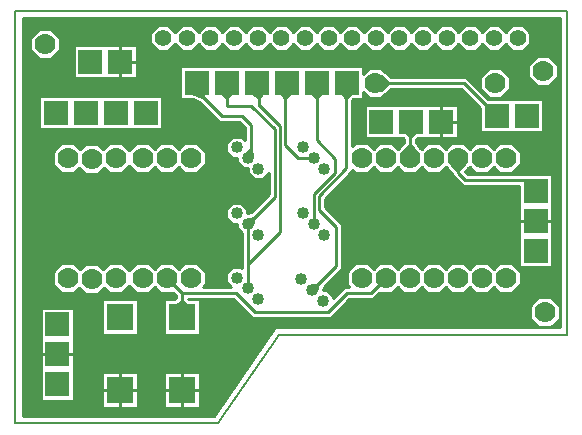
<source format=gbr>
G04 PROTEUS GERBER X2 FILE*
%TF.GenerationSoftware,Labcenter,Proteus,8.5-SP0-Build22067*%
%TF.CreationDate,2017-11-28T10:59:28+00:00*%
%TF.FileFunction,Copper,L16,Bot*%
%TF.FilePolarity,Positive*%
%TF.Part,Single*%
%FSLAX45Y45*%
%MOMM*%
G01*
%TA.AperFunction,Conductor*%
%ADD10C,0.254000*%
%TA.AperFunction,ComponentPad*%
%ADD11C,1.778000*%
%ADD12R,2.032000X2.032000*%
%ADD13C,1.016000*%
%ADD14R,2.286000X2.286000*%
%TA.AperFunction,WasherPad*%
%ADD16C,1.397000*%
%TA.AperFunction,Profile*%
%ADD17C,0.203200*%
G36*
X+1536700Y+2133600D02*
X+1502204Y+2051666D01*
X+1585793Y+2016472D01*
X+1619307Y+2100749D01*
X+1536700Y+2133600D01*
G37*
G36*
X+1790700Y+2133600D02*
X+1727364Y+2071217D01*
X+1791008Y+2006600D01*
X+1854338Y+2071525D01*
X+1790700Y+2133600D01*
G37*
G36*
X+2044700Y+2133600D02*
X+1990998Y+2062754D01*
X+2063276Y+2007966D01*
X+2116606Y+2081326D01*
X+2044700Y+2133600D01*
G37*
G36*
X+2298700Y+2133600D02*
X+2230181Y+2076959D01*
X+2287966Y+2007055D01*
X+2356700Y+2066227D01*
X+2298700Y+2133600D01*
G37*
G36*
X+2552700Y+2133600D02*
X+2489213Y+2071371D01*
X+2552700Y+2006600D01*
X+2616187Y+2071371D01*
X+2552700Y+2133600D01*
G37*
G36*
X+2806700Y+2133600D02*
X+2742908Y+2071684D01*
X+2806075Y+2006602D01*
X+2869880Y+2071059D01*
X+2806700Y+2133600D01*
G37*
G36*
X+1968500Y+1498600D02*
X+2005958Y+1505561D01*
X+1993900Y+1570442D01*
X+1943742Y+1527559D01*
X+1968500Y+1498600D01*
G37*
G36*
X+1968500Y+939800D02*
X+2005301Y+929939D01*
X+2022381Y+993681D01*
X+1958639Y+976601D01*
X+1968500Y+939800D01*
G37*
G36*
X+2514600Y+381000D02*
X+2551401Y+371139D01*
X+2568481Y+434881D01*
X+2504739Y+417801D01*
X+2514600Y+381000D01*
G37*
G36*
X+3340100Y+1498600D02*
X+3396896Y+1549400D01*
X+3340100Y+1612900D01*
X+3283304Y+1549399D01*
X+3340100Y+1498600D01*
G37*
G36*
X+3746500Y+1498600D02*
X+3689704Y+1447801D01*
X+3746500Y+1384300D01*
X+3803296Y+1447800D01*
X+3746500Y+1498600D01*
G37*
G36*
X+4406900Y+1219200D02*
X+4406900Y+1308099D01*
X+4316204Y+1308100D01*
X+4318018Y+1217423D01*
X+4406900Y+1219200D01*
G37*
G36*
X+1409700Y+150100D02*
X+1479433Y+223990D01*
X+1409700Y+289800D01*
X+1339967Y+223990D01*
X+1409700Y+150100D01*
G37*
G36*
X+4076700Y+1854199D02*
X+4077589Y+1943094D01*
X+3986898Y+1944001D01*
X+3987805Y+1853310D01*
X+4076700Y+1854199D01*
G37*
G36*
X+3048000Y+2133600D02*
X+3098800Y+2076804D01*
X+3162300Y+2133600D01*
X+3098800Y+2190396D01*
X+3048000Y+2133600D01*
G37*
G36*
X+63500Y-685800D02*
X+1681300Y-685800D01*
X+2202000Y+63500D01*
X+4610100Y+63500D01*
X+4610100Y+2679700D01*
X+63500Y+2679700D01*
X+63500Y-685800D01*
G37*
%LPC*%
G36*
X+2946399Y+2211603D02*
X+2995395Y+2260599D01*
X+3100605Y+2260599D01*
X+3135317Y+2225887D01*
X+3181702Y+2184399D01*
X+3818340Y+2184399D01*
X+4008149Y+1994590D01*
X+4077297Y+1993898D01*
X+4470399Y+1993898D01*
X+4470399Y+1714500D01*
X+3937001Y+1714500D01*
X+3937001Y+1853602D01*
X+3936309Y+1922750D01*
X+3776258Y+2082801D01*
X+3181702Y+2082801D01*
X+3135317Y+2041313D01*
X+3100605Y+2006601D01*
X+2995395Y+2006601D01*
X+2946399Y+2055597D01*
X+2946399Y+1993901D01*
X+2864980Y+1993901D01*
X+2856874Y+1985712D01*
X+2856874Y+1601378D01*
X+2881095Y+1625599D01*
X+2986305Y+1625599D01*
X+3035300Y+1576604D01*
X+3084295Y+1625599D01*
X+3189505Y+1625599D01*
X+3238500Y+1576604D01*
X+3247821Y+1585925D01*
X+3289301Y+1632302D01*
X+3289301Y+1659205D01*
X+3285701Y+1663701D01*
X+2959101Y+1663701D01*
X+2959101Y+1943099D01*
X+3746499Y+1943099D01*
X+3746499Y+1663701D01*
X+3403415Y+1663701D01*
X+3390899Y+1653260D01*
X+3390899Y+1632302D01*
X+3432387Y+1585917D01*
X+3441700Y+1576604D01*
X+3490695Y+1625599D01*
X+3595905Y+1625599D01*
X+3644900Y+1576604D01*
X+3693895Y+1625599D01*
X+3799105Y+1625599D01*
X+3848100Y+1576604D01*
X+3897095Y+1625599D01*
X+4002305Y+1625599D01*
X+4051300Y+1576604D01*
X+4100295Y+1625599D01*
X+4205505Y+1625599D01*
X+4279899Y+1551205D01*
X+4279899Y+1445995D01*
X+4205505Y+1371601D01*
X+4100295Y+1371601D01*
X+4051300Y+1420596D01*
X+4002305Y+1371601D01*
X+3897095Y+1371601D01*
X+3848100Y+1420596D01*
X+3838787Y+1411283D01*
X+3810397Y+1379543D01*
X+3831041Y+1358899D01*
X+4546599Y+1358899D01*
X+4546599Y+571501D01*
X+4267201Y+571501D01*
X+4267201Y+1217857D01*
X+4266412Y+1257301D01*
X+3788959Y+1257301D01*
X+3695701Y+1350559D01*
X+3695701Y+1364898D01*
X+3654221Y+1411275D01*
X+3644900Y+1420596D01*
X+3595905Y+1371601D01*
X+3490695Y+1371601D01*
X+3441700Y+1420596D01*
X+3392705Y+1371601D01*
X+3287495Y+1371601D01*
X+3238500Y+1420596D01*
X+3189505Y+1371601D01*
X+3084295Y+1371601D01*
X+3035300Y+1420596D01*
X+2986305Y+1371601D01*
X+2881095Y+1371601D01*
X+2856874Y+1395822D01*
X+2856874Y+1388034D01*
X+2619933Y+1151093D01*
X+2619933Y+1081206D01*
X+2765257Y+935882D01*
X+2765257Y+559817D01*
X+2614025Y+408585D01*
X+2606391Y+380097D01*
X+2641226Y+380097D01*
X+2693302Y+328021D01*
X+2693302Y+311323D01*
X+2788448Y+406469D01*
X+2830227Y+406469D01*
X+2806701Y+429995D01*
X+2806701Y+535205D01*
X+2881095Y+609599D01*
X+2986305Y+609599D01*
X+3035300Y+560604D01*
X+3084295Y+609599D01*
X+3189505Y+609599D01*
X+3238500Y+560604D01*
X+3287495Y+609599D01*
X+3392705Y+609599D01*
X+3441700Y+560604D01*
X+3490695Y+609599D01*
X+3595905Y+609599D01*
X+3644900Y+560604D01*
X+3693895Y+609599D01*
X+3799105Y+609599D01*
X+3848100Y+560604D01*
X+3897095Y+609599D01*
X+4002305Y+609599D01*
X+4051300Y+560604D01*
X+4100295Y+609599D01*
X+4205505Y+609599D01*
X+4279899Y+535205D01*
X+4279899Y+429995D01*
X+4205505Y+355601D01*
X+4100295Y+355601D01*
X+4051300Y+404596D01*
X+4002305Y+355601D01*
X+3897095Y+355601D01*
X+3848100Y+404596D01*
X+3799105Y+355601D01*
X+3693895Y+355601D01*
X+3644900Y+404596D01*
X+3595905Y+355601D01*
X+3490695Y+355601D01*
X+3441700Y+404596D01*
X+3392705Y+355601D01*
X+3287495Y+355601D01*
X+3238500Y+404596D01*
X+3189505Y+355601D01*
X+3084295Y+355601D01*
X+3083018Y+356878D01*
X+3031011Y+304871D01*
X+2830530Y+304871D01*
X+2672157Y+146498D01*
X+2006820Y+146498D01*
X+1848517Y+304801D01*
X+1467817Y+304801D01*
X+1470256Y+302499D01*
X+1562099Y+302499D01*
X+1562099Y-2299D01*
X+1257301Y-2299D01*
X+1257301Y+302499D01*
X+1349144Y+302499D01*
X+1358901Y+311707D01*
X+1358901Y+334559D01*
X+1336582Y+356878D01*
X+1335305Y+355601D01*
X+1230095Y+355601D01*
X+1181100Y+404596D01*
X+1132105Y+355601D01*
X+1026895Y+355601D01*
X+965200Y+417296D01*
X+903505Y+355601D01*
X+798295Y+355601D01*
X+755651Y+398245D01*
X+700306Y+342900D01*
X+595096Y+342900D01*
X+539751Y+398245D01*
X+497105Y+355599D01*
X+391895Y+355599D01*
X+317501Y+429993D01*
X+317501Y+535203D01*
X+391895Y+609597D01*
X+497105Y+609597D01*
X+552450Y+554252D01*
X+595096Y+596898D01*
X+700306Y+596898D01*
X+742950Y+554254D01*
X+798295Y+609599D01*
X+903505Y+609599D01*
X+965200Y+547904D01*
X+1026895Y+609599D01*
X+1132105Y+609599D01*
X+1181100Y+560604D01*
X+1230095Y+609599D01*
X+1335305Y+609599D01*
X+1384300Y+560604D01*
X+1433294Y+609599D01*
X+1538504Y+609599D01*
X+1612898Y+535205D01*
X+1612898Y+429995D01*
X+1589302Y+406399D01*
X+1830078Y+406399D01*
X+1789798Y+446679D01*
X+1789798Y+520325D01*
X+1841874Y+572401D01*
X+1915520Y+572401D01*
X+1917701Y+570220D01*
X+1917701Y+864877D01*
X+1879601Y+902977D01*
X+1879601Y+940703D01*
X+1841874Y+940703D01*
X+1789798Y+992779D01*
X+1789798Y+1066425D01*
X+1841874Y+1118501D01*
X+1915520Y+1118501D01*
X+1967596Y+1066425D01*
X+1967596Y+1031591D01*
X+1996085Y+1039225D01*
X+2146301Y+1189441D01*
X+2146301Y+1371073D01*
X+2095126Y+1319898D01*
X+2021480Y+1319898D01*
X+1969404Y+1371974D01*
X+1969404Y+1409701D01*
X+1931677Y+1409701D01*
X+1879601Y+1461777D01*
X+1879601Y+1499503D01*
X+1841875Y+1499503D01*
X+1789799Y+1551579D01*
X+1789799Y+1625225D01*
X+1841875Y+1677301D01*
X+1915521Y+1677301D01*
X+1943101Y+1649721D01*
X+1943101Y+1756959D01*
X+1899586Y+1800474D01*
X+1729951Y+1800474D01*
X+1556909Y+1973516D01*
X+1508492Y+1993901D01*
X+1397001Y+1993901D01*
X+1397001Y+2273299D01*
X+2946399Y+2273299D01*
X+2946399Y+2211603D01*
G37*
G36*
X+1244599Y+1739901D02*
X+203201Y+1739901D01*
X+203201Y+2019299D01*
X+1244599Y+2019299D01*
X+1244599Y+1739901D01*
G37*
G36*
X+1612899Y+1551205D02*
X+1612899Y+1445995D01*
X+1538505Y+1371601D01*
X+1433295Y+1371601D01*
X+1384300Y+1420596D01*
X+1335305Y+1371601D01*
X+1230095Y+1371601D01*
X+1181100Y+1420596D01*
X+1132105Y+1371601D01*
X+1026895Y+1371601D01*
X+965200Y+1433296D01*
X+903504Y+1371601D01*
X+798294Y+1371601D01*
X+755650Y+1414245D01*
X+700305Y+1358900D01*
X+595095Y+1358900D01*
X+539750Y+1414244D01*
X+497105Y+1371599D01*
X+391895Y+1371599D01*
X+317501Y+1445993D01*
X+317501Y+1551203D01*
X+391895Y+1625597D01*
X+497105Y+1625597D01*
X+552450Y+1570252D01*
X+595095Y+1612898D01*
X+700305Y+1612898D01*
X+742949Y+1570254D01*
X+798294Y+1625599D01*
X+903504Y+1625599D01*
X+965200Y+1563904D01*
X+1026895Y+1625599D01*
X+1132105Y+1625599D01*
X+1181100Y+1576604D01*
X+1230095Y+1625599D01*
X+1335305Y+1625599D01*
X+1384300Y+1576604D01*
X+1433295Y+1625599D01*
X+1538505Y+1625599D01*
X+1612899Y+1551205D01*
G37*
G36*
X+1257301Y-317501D02*
X+1562099Y-317501D01*
X+1562099Y-622299D01*
X+1257301Y-622299D01*
X+1257301Y-317501D01*
G37*
G36*
X+736601Y-317501D02*
X+1041399Y-317501D01*
X+1041399Y-622299D01*
X+736601Y-622299D01*
X+736601Y-317501D01*
G37*
G36*
X+736601Y+302499D02*
X+1041399Y+302499D01*
X+1041399Y-2299D01*
X+736601Y-2299D01*
X+736601Y+302499D01*
G37*
G36*
X+1028699Y+2171701D02*
X+495301Y+2171701D01*
X+495301Y+2451099D01*
X+1028699Y+2451099D01*
X+1028699Y+2171701D01*
G37*
G36*
X+495299Y-50799D02*
X+495299Y-558799D01*
X+215901Y-558799D01*
X+215901Y+228599D01*
X+495299Y+228599D01*
X+495299Y-50799D01*
G37*
G36*
X+3937001Y+2080995D02*
X+3937001Y+2186205D01*
X+4011395Y+2260599D01*
X+4116605Y+2260599D01*
X+4190999Y+2186205D01*
X+4190999Y+2080995D01*
X+4116605Y+2006601D01*
X+4011395Y+2006601D01*
X+3937001Y+2080995D01*
G37*
G36*
X+4362249Y+2559314D02*
X+4362249Y+2469886D01*
X+4299014Y+2406651D01*
X+4209586Y+2406651D01*
X+4154300Y+2461937D01*
X+4099014Y+2406651D01*
X+4009586Y+2406651D01*
X+3954300Y+2461937D01*
X+3899014Y+2406651D01*
X+3809586Y+2406651D01*
X+3754300Y+2461937D01*
X+3699014Y+2406651D01*
X+3609586Y+2406651D01*
X+3554300Y+2461937D01*
X+3499014Y+2406651D01*
X+3409586Y+2406651D01*
X+3354300Y+2461937D01*
X+3299014Y+2406651D01*
X+3209586Y+2406651D01*
X+3154300Y+2461937D01*
X+3099014Y+2406651D01*
X+3009586Y+2406651D01*
X+2954300Y+2461937D01*
X+2899014Y+2406651D01*
X+2809586Y+2406651D01*
X+2754300Y+2461937D01*
X+2699014Y+2406651D01*
X+2609586Y+2406651D01*
X+2554300Y+2461937D01*
X+2499014Y+2406651D01*
X+2409586Y+2406651D01*
X+2354300Y+2461937D01*
X+2299014Y+2406651D01*
X+2209586Y+2406651D01*
X+2154300Y+2461937D01*
X+2099014Y+2406651D01*
X+2009586Y+2406651D01*
X+1954300Y+2461937D01*
X+1899014Y+2406651D01*
X+1809586Y+2406651D01*
X+1754300Y+2461937D01*
X+1699014Y+2406651D01*
X+1609586Y+2406651D01*
X+1554300Y+2461937D01*
X+1499014Y+2406651D01*
X+1409586Y+2406651D01*
X+1354300Y+2461937D01*
X+1299014Y+2406651D01*
X+1209586Y+2406651D01*
X+1146351Y+2469886D01*
X+1146351Y+2559314D01*
X+1209586Y+2622549D01*
X+1299014Y+2622549D01*
X+1354300Y+2567263D01*
X+1409586Y+2622549D01*
X+1499014Y+2622549D01*
X+1554300Y+2567263D01*
X+1609586Y+2622549D01*
X+1699014Y+2622549D01*
X+1754300Y+2567263D01*
X+1809586Y+2622549D01*
X+1899014Y+2622549D01*
X+1954300Y+2567263D01*
X+2009586Y+2622549D01*
X+2099014Y+2622549D01*
X+2154300Y+2567263D01*
X+2209586Y+2622549D01*
X+2299014Y+2622549D01*
X+2354300Y+2567263D01*
X+2409586Y+2622549D01*
X+2499014Y+2622549D01*
X+2554300Y+2567263D01*
X+2609586Y+2622549D01*
X+2699014Y+2622549D01*
X+2754300Y+2567263D01*
X+2809586Y+2622549D01*
X+2899014Y+2622549D01*
X+2954300Y+2567263D01*
X+3009586Y+2622549D01*
X+3099014Y+2622549D01*
X+3154300Y+2567263D01*
X+3209586Y+2622549D01*
X+3299014Y+2622549D01*
X+3354300Y+2567263D01*
X+3409586Y+2622549D01*
X+3499014Y+2622549D01*
X+3554300Y+2567263D01*
X+3609586Y+2622549D01*
X+3699014Y+2622549D01*
X+3754300Y+2567263D01*
X+3809586Y+2622549D01*
X+3899014Y+2622549D01*
X+3954300Y+2567263D01*
X+4009586Y+2622549D01*
X+4099014Y+2622549D01*
X+4154300Y+2567263D01*
X+4209586Y+2622549D01*
X+4299014Y+2622549D01*
X+4362249Y+2559314D01*
G37*
G36*
X+127001Y+2411195D02*
X+127001Y+2516405D01*
X+201395Y+2590799D01*
X+306605Y+2590799D01*
X+380999Y+2516405D01*
X+380999Y+2411195D01*
X+306605Y+2336801D01*
X+201395Y+2336801D01*
X+127001Y+2411195D01*
G37*
G36*
X+4356101Y+137895D02*
X+4356101Y+243105D01*
X+4430495Y+317499D01*
X+4535705Y+317499D01*
X+4610099Y+243105D01*
X+4610099Y+137895D01*
X+4535705Y+63501D01*
X+4430495Y+63501D01*
X+4356101Y+137895D01*
G37*
G36*
X+4343401Y+2182595D02*
X+4343401Y+2287805D01*
X+4417795Y+2362199D01*
X+4523005Y+2362199D01*
X+4597399Y+2287805D01*
X+4597399Y+2182595D01*
X+4523005Y+2108201D01*
X+4417795Y+2108201D01*
X+4343401Y+2182595D01*
G37*
%LPD*%
G36*
X+3352800Y+1803400D02*
X+3283408Y+1747831D01*
X+3340100Y+1677037D01*
X+3409746Y+1735134D01*
X+3352800Y+1803400D01*
G37*
D10*
X+1968500Y+596900D02*
X+1968500Y+939800D01*
X+1968500Y+596900D02*
X+1968500Y+393700D01*
X+3746500Y+1498600D02*
X+3746500Y+1371600D01*
X+3810000Y+1308100D01*
X+4318000Y+1308100D01*
X+4406900Y+1219200D01*
X+3340100Y+1498600D02*
X+3340100Y+1790700D01*
X+3352800Y+1803400D01*
X+1968500Y+596900D02*
X+2243350Y+871750D01*
X+2243350Y+1768536D01*
X+2072753Y+1939133D01*
X+2063276Y+1939133D01*
X+2063276Y+2115024D01*
X+2044700Y+2133600D01*
X+2527300Y+1498600D02*
X+2398178Y+1498600D01*
X+2287966Y+1608812D01*
X+2287966Y+1608813D01*
X+2287966Y+2122866D01*
X+2298700Y+2133600D01*
X+2527300Y+939800D02*
X+2527300Y+1188928D01*
X+2711299Y+1372927D01*
X+2711299Y+1492975D01*
X+2552700Y+1651574D01*
X+2552700Y+2133600D01*
X+2514600Y+381000D02*
X+2714458Y+580858D01*
X+2714458Y+914841D01*
X+2569134Y+1060165D01*
X+2569134Y+1172134D01*
X+2806075Y+1409075D01*
X+2806075Y+2132975D01*
X+2806700Y+2133600D01*
X+1968500Y+939800D02*
X+2197100Y+1168400D01*
X+2197100Y+1739900D01*
X+2001229Y+1935771D01*
X+1791008Y+1935771D01*
X+1791008Y+2133292D01*
X+1790700Y+2133600D01*
X+1536700Y+2133600D02*
X+1536700Y+2065565D01*
X+1750992Y+1851273D01*
X+1920627Y+1851273D01*
X+1993900Y+1778000D01*
X+1993900Y+1508928D01*
X+1974242Y+1489270D01*
X+1968500Y+1498600D01*
X+1409700Y+150100D02*
X+1409700Y+355600D01*
X+1282700Y+482600D01*
X+3136900Y+482600D02*
X+3009970Y+355670D01*
X+2809489Y+355670D01*
X+2651116Y+197297D01*
X+2027861Y+197297D01*
X+1869558Y+355600D01*
X+1409700Y+355600D01*
X+3048000Y+2133600D02*
X+3797299Y+2133600D01*
X+4076700Y+1854199D01*
X+3352800Y+1803400D02*
X+3283408Y+1747831D01*
X+3340100Y+1677037D01*
X+3409746Y+1735134D01*
X+3352800Y+1803400D01*
X+1536700Y+2133600D02*
X+1502204Y+2051666D01*
X+1585793Y+2016472D01*
X+1619307Y+2100749D01*
X+1536700Y+2133600D01*
X+1790700Y+2133600D02*
X+1727364Y+2071217D01*
X+1791008Y+2006600D01*
X+1854338Y+2071525D01*
X+1790700Y+2133600D01*
X+2044700Y+2133600D02*
X+1990998Y+2062754D01*
X+2063276Y+2007966D01*
X+2116606Y+2081326D01*
X+2044700Y+2133600D01*
X+2298700Y+2133600D02*
X+2230181Y+2076959D01*
X+2287966Y+2007055D01*
X+2356700Y+2066227D01*
X+2298700Y+2133600D01*
X+2552700Y+2133600D02*
X+2489213Y+2071371D01*
X+2552700Y+2006600D01*
X+2616187Y+2071371D01*
X+2552700Y+2133600D01*
X+2806700Y+2133600D02*
X+2742908Y+2071684D01*
X+2806075Y+2006602D01*
X+2869880Y+2071059D01*
X+2806700Y+2133600D01*
X+1968500Y+1498600D02*
X+2005958Y+1505561D01*
X+1993900Y+1570442D01*
X+1943742Y+1527559D01*
X+1968500Y+1498600D01*
X+1968500Y+939800D02*
X+2005301Y+929939D01*
X+2022381Y+993681D01*
X+1958639Y+976601D01*
X+1968500Y+939800D01*
X+2514600Y+381000D02*
X+2551401Y+371139D01*
X+2568481Y+434881D01*
X+2504739Y+417801D01*
X+2514600Y+381000D01*
X+3340100Y+1498600D02*
X+3396896Y+1549400D01*
X+3340100Y+1612900D01*
X+3283304Y+1549399D01*
X+3340100Y+1498600D01*
X+3746500Y+1498600D02*
X+3689704Y+1447801D01*
X+3746500Y+1384300D01*
X+3803296Y+1447800D01*
X+3746500Y+1498600D01*
X+4406900Y+1219200D02*
X+4406900Y+1308099D01*
X+4316204Y+1308100D01*
X+4318018Y+1217423D01*
X+4406900Y+1219200D01*
X+1409700Y+150100D02*
X+1479433Y+223990D01*
X+1409700Y+289800D01*
X+1339967Y+223990D01*
X+1409700Y+150100D01*
X+4076700Y+1854199D02*
X+4077589Y+1943094D01*
X+3986898Y+1944001D01*
X+3987805Y+1853310D01*
X+4076700Y+1854199D01*
X+3048000Y+2133600D02*
X+3098800Y+2076804D01*
X+3162300Y+2133600D01*
X+3098800Y+2190396D01*
X+3048000Y+2133600D01*
X+63500Y-685800D02*
X+1681300Y-685800D01*
X+2202000Y+63500D01*
X+4610100Y+63500D01*
X+4610100Y+2679700D01*
X+63500Y+2679700D01*
X+63500Y-685800D01*
X+2946399Y+2211603D02*
X+2995395Y+2260599D01*
X+3100605Y+2260599D01*
X+3135317Y+2225887D01*
X+3181702Y+2184399D01*
X+3818340Y+2184399D01*
X+4008149Y+1994590D01*
X+4077297Y+1993898D01*
X+4470399Y+1993898D01*
X+4470399Y+1714500D01*
X+3937001Y+1714500D01*
X+3937001Y+1853602D01*
X+3936309Y+1922750D01*
X+3776258Y+2082801D01*
X+3181702Y+2082801D01*
X+3135317Y+2041313D01*
X+3100605Y+2006601D01*
X+2995395Y+2006601D01*
X+2946399Y+2055597D01*
X+2946399Y+1993901D01*
X+2864980Y+1993901D01*
X+2856874Y+1985712D01*
X+2856874Y+1601378D01*
X+2881095Y+1625599D01*
X+2986305Y+1625599D01*
X+3035300Y+1576604D01*
X+3084295Y+1625599D01*
X+3189505Y+1625599D01*
X+3238500Y+1576604D01*
X+3247821Y+1585925D01*
X+3289301Y+1632302D01*
X+3289301Y+1659205D01*
X+3285701Y+1663701D01*
X+2959101Y+1663701D01*
X+2959101Y+1943099D01*
X+3746499Y+1943099D01*
X+3746499Y+1663701D01*
X+3403415Y+1663701D01*
X+3390899Y+1653260D01*
X+3390899Y+1632302D01*
X+3432387Y+1585917D01*
X+3441700Y+1576604D01*
X+3490695Y+1625599D01*
X+3595905Y+1625599D01*
X+3644900Y+1576604D01*
X+3693895Y+1625599D01*
X+3799105Y+1625599D01*
X+3848100Y+1576604D01*
X+3897095Y+1625599D01*
X+4002305Y+1625599D01*
X+4051300Y+1576604D01*
X+4100295Y+1625599D01*
X+4205505Y+1625599D01*
X+4279899Y+1551205D01*
X+4279899Y+1445995D01*
X+4205505Y+1371601D01*
X+4100295Y+1371601D01*
X+4051300Y+1420596D01*
X+4002305Y+1371601D01*
X+3897095Y+1371601D01*
X+3848100Y+1420596D01*
X+3838787Y+1411283D01*
X+3810397Y+1379543D01*
X+3831041Y+1358899D01*
X+4546599Y+1358899D01*
X+4546599Y+571501D01*
X+4267201Y+571501D01*
X+4267201Y+1217857D01*
X+4266412Y+1257301D01*
X+3788959Y+1257301D01*
X+3695701Y+1350559D01*
X+3695701Y+1364898D01*
X+3654221Y+1411275D01*
X+3644900Y+1420596D01*
X+3595905Y+1371601D01*
X+3490695Y+1371601D01*
X+3441700Y+1420596D01*
X+3392705Y+1371601D01*
X+3287495Y+1371601D01*
X+3238500Y+1420596D01*
X+3189505Y+1371601D01*
X+3084295Y+1371601D01*
X+3035300Y+1420596D01*
X+2986305Y+1371601D01*
X+2881095Y+1371601D01*
X+2856874Y+1395822D01*
X+2856874Y+1388034D01*
X+2619933Y+1151093D01*
X+2619933Y+1081206D01*
X+2765257Y+935882D01*
X+2765257Y+559817D01*
X+2614025Y+408585D01*
X+2606391Y+380097D01*
X+2641226Y+380097D01*
X+2693302Y+328021D01*
X+2693302Y+311323D01*
X+2788448Y+406469D01*
X+2830227Y+406469D01*
X+2806701Y+429995D01*
X+2806701Y+535205D01*
X+2881095Y+609599D01*
X+2986305Y+609599D01*
X+3035300Y+560604D01*
X+3084295Y+609599D01*
X+3189505Y+609599D01*
X+3238500Y+560604D01*
X+3287495Y+609599D01*
X+3392705Y+609599D01*
X+3441700Y+560604D01*
X+3490695Y+609599D01*
X+3595905Y+609599D01*
X+3644900Y+560604D01*
X+3693895Y+609599D01*
X+3799105Y+609599D01*
X+3848100Y+560604D01*
X+3897095Y+609599D01*
X+4002305Y+609599D01*
X+4051300Y+560604D01*
X+4100295Y+609599D01*
X+4205505Y+609599D01*
X+4279899Y+535205D01*
X+4279899Y+429995D01*
X+4205505Y+355601D01*
X+4100295Y+355601D01*
X+4051300Y+404596D01*
X+4002305Y+355601D01*
X+3897095Y+355601D01*
X+3848100Y+404596D01*
X+3799105Y+355601D01*
X+3693895Y+355601D01*
X+3644900Y+404596D01*
X+3595905Y+355601D01*
X+3490695Y+355601D01*
X+3441700Y+404596D01*
X+3392705Y+355601D01*
X+3287495Y+355601D01*
X+3238500Y+404596D01*
X+3189505Y+355601D01*
X+3084295Y+355601D01*
X+3083018Y+356878D01*
X+3031011Y+304871D01*
X+2830530Y+304871D01*
X+2672157Y+146498D01*
X+2006820Y+146498D01*
X+1848517Y+304801D01*
X+1467817Y+304801D01*
X+1470256Y+302499D01*
X+1562099Y+302499D01*
X+1562099Y-2299D01*
X+1257301Y-2299D01*
X+1257301Y+302499D01*
X+1349144Y+302499D01*
X+1358901Y+311707D01*
X+1358901Y+334559D01*
X+1336582Y+356878D01*
X+1335305Y+355601D01*
X+1230095Y+355601D01*
X+1181100Y+404596D01*
X+1132105Y+355601D01*
X+1026895Y+355601D01*
X+965200Y+417296D01*
X+903505Y+355601D01*
X+798295Y+355601D01*
X+755651Y+398245D01*
X+700306Y+342900D01*
X+595096Y+342900D01*
X+539751Y+398245D01*
X+497105Y+355599D01*
X+391895Y+355599D01*
X+317501Y+429993D01*
X+317501Y+535203D01*
X+391895Y+609597D01*
X+497105Y+609597D01*
X+552450Y+554252D01*
X+595096Y+596898D01*
X+700306Y+596898D01*
X+742950Y+554254D01*
X+798295Y+609599D01*
X+903505Y+609599D01*
X+965200Y+547904D01*
X+1026895Y+609599D01*
X+1132105Y+609599D01*
X+1181100Y+560604D01*
X+1230095Y+609599D01*
X+1335305Y+609599D01*
X+1384300Y+560604D01*
X+1433294Y+609599D01*
X+1538504Y+609599D01*
X+1612898Y+535205D01*
X+1612898Y+429995D01*
X+1589302Y+406399D01*
X+1830078Y+406399D01*
X+1789798Y+446679D01*
X+1789798Y+520325D01*
X+1841874Y+572401D01*
X+1915520Y+572401D01*
X+1917701Y+570220D01*
X+1917701Y+864877D01*
X+1879601Y+902977D01*
X+1879601Y+940703D01*
X+1841874Y+940703D01*
X+1789798Y+992779D01*
X+1789798Y+1066425D01*
X+1841874Y+1118501D01*
X+1915520Y+1118501D01*
X+1967596Y+1066425D01*
X+1967596Y+1031591D01*
X+1996085Y+1039225D01*
X+2146301Y+1189441D01*
X+2146301Y+1371073D01*
X+2095126Y+1319898D01*
X+2021480Y+1319898D01*
X+1969404Y+1371974D01*
X+1969404Y+1409701D01*
X+1931677Y+1409701D01*
X+1879601Y+1461777D01*
X+1879601Y+1499503D01*
X+1841875Y+1499503D01*
X+1789799Y+1551579D01*
X+1789799Y+1625225D01*
X+1841875Y+1677301D01*
X+1915521Y+1677301D01*
X+1943101Y+1649721D01*
X+1943101Y+1756959D01*
X+1899586Y+1800474D01*
X+1729951Y+1800474D01*
X+1556909Y+1973516D01*
X+1508492Y+1993901D01*
X+1397001Y+1993901D01*
X+1397001Y+2273299D01*
X+2946399Y+2273299D01*
X+2946399Y+2211603D01*
X+1244599Y+1739901D02*
X+203201Y+1739901D01*
X+203201Y+2019299D01*
X+1244599Y+2019299D01*
X+1244599Y+1739901D01*
X+1612899Y+1551205D02*
X+1612899Y+1445995D01*
X+1538505Y+1371601D01*
X+1433295Y+1371601D01*
X+1384300Y+1420596D01*
X+1335305Y+1371601D01*
X+1230095Y+1371601D01*
X+1181100Y+1420596D01*
X+1132105Y+1371601D01*
X+1026895Y+1371601D01*
X+965200Y+1433296D01*
X+903504Y+1371601D01*
X+798294Y+1371601D01*
X+755650Y+1414245D01*
X+700305Y+1358900D01*
X+595095Y+1358900D01*
X+539750Y+1414244D01*
X+497105Y+1371599D01*
X+391895Y+1371599D01*
X+317501Y+1445993D01*
X+317501Y+1551203D01*
X+391895Y+1625597D01*
X+497105Y+1625597D01*
X+552450Y+1570252D01*
X+595095Y+1612898D01*
X+700305Y+1612898D01*
X+742949Y+1570254D01*
X+798294Y+1625599D01*
X+903504Y+1625599D01*
X+965200Y+1563904D01*
X+1026895Y+1625599D01*
X+1132105Y+1625599D01*
X+1181100Y+1576604D01*
X+1230095Y+1625599D01*
X+1335305Y+1625599D01*
X+1384300Y+1576604D01*
X+1433295Y+1625599D01*
X+1538505Y+1625599D01*
X+1612899Y+1551205D01*
X+1257301Y-317501D02*
X+1562099Y-317501D01*
X+1562099Y-622299D01*
X+1257301Y-622299D01*
X+1257301Y-317501D01*
X+736601Y-317501D02*
X+1041399Y-317501D01*
X+1041399Y-622299D01*
X+736601Y-622299D01*
X+736601Y-317501D01*
X+736601Y+302499D02*
X+1041399Y+302499D01*
X+1041399Y-2299D01*
X+736601Y-2299D01*
X+736601Y+302499D01*
X+1028699Y+2171701D02*
X+495301Y+2171701D01*
X+495301Y+2451099D01*
X+1028699Y+2451099D01*
X+1028699Y+2171701D01*
X+495299Y-50799D02*
X+495299Y-558799D01*
X+215901Y-558799D01*
X+215901Y+228599D01*
X+495299Y+228599D01*
X+495299Y-50799D01*
X+3937001Y+2080995D02*
X+3937001Y+2186205D01*
X+4011395Y+2260599D01*
X+4116605Y+2260599D01*
X+4190999Y+2186205D01*
X+4190999Y+2080995D01*
X+4116605Y+2006601D01*
X+4011395Y+2006601D01*
X+3937001Y+2080995D01*
X+4362249Y+2559314D02*
X+4362249Y+2469886D01*
X+4299014Y+2406651D01*
X+4209586Y+2406651D01*
X+4154300Y+2461937D01*
X+4099014Y+2406651D01*
X+4009586Y+2406651D01*
X+3954300Y+2461937D01*
X+3899014Y+2406651D01*
X+3809586Y+2406651D01*
X+3754300Y+2461937D01*
X+3699014Y+2406651D01*
X+3609586Y+2406651D01*
X+3554300Y+2461937D01*
X+3499014Y+2406651D01*
X+3409586Y+2406651D01*
X+3354300Y+2461937D01*
X+3299014Y+2406651D01*
X+3209586Y+2406651D01*
X+3154300Y+2461937D01*
X+3099014Y+2406651D01*
X+3009586Y+2406651D01*
X+2954300Y+2461937D01*
X+2899014Y+2406651D01*
X+2809586Y+2406651D01*
X+2754300Y+2461937D01*
X+2699014Y+2406651D01*
X+2609586Y+2406651D01*
X+2554300Y+2461937D01*
X+2499014Y+2406651D01*
X+2409586Y+2406651D01*
X+2354300Y+2461937D01*
X+2299014Y+2406651D01*
X+2209586Y+2406651D01*
X+2154300Y+2461937D01*
X+2099014Y+2406651D01*
X+2009586Y+2406651D01*
X+1954300Y+2461937D01*
X+1899014Y+2406651D01*
X+1809586Y+2406651D01*
X+1754300Y+2461937D01*
X+1699014Y+2406651D01*
X+1609586Y+2406651D01*
X+1554300Y+2461937D01*
X+1499014Y+2406651D01*
X+1409586Y+2406651D01*
X+1354300Y+2461937D01*
X+1299014Y+2406651D01*
X+1209586Y+2406651D01*
X+1146351Y+2469886D01*
X+1146351Y+2559314D01*
X+1209586Y+2622549D01*
X+1299014Y+2622549D01*
X+1354300Y+2567263D01*
X+1409586Y+2622549D01*
X+1499014Y+2622549D01*
X+1554300Y+2567263D01*
X+1609586Y+2622549D01*
X+1699014Y+2622549D01*
X+1754300Y+2567263D01*
X+1809586Y+2622549D01*
X+1899014Y+2622549D01*
X+1954300Y+2567263D01*
X+2009586Y+2622549D01*
X+2099014Y+2622549D01*
X+2154300Y+2567263D01*
X+2209586Y+2622549D01*
X+2299014Y+2622549D01*
X+2354300Y+2567263D01*
X+2409586Y+2622549D01*
X+2499014Y+2622549D01*
X+2554300Y+2567263D01*
X+2609586Y+2622549D01*
X+2699014Y+2622549D01*
X+2754300Y+2567263D01*
X+2809586Y+2622549D01*
X+2899014Y+2622549D01*
X+2954300Y+2567263D01*
X+3009586Y+2622549D01*
X+3099014Y+2622549D01*
X+3154300Y+2567263D01*
X+3209586Y+2622549D01*
X+3299014Y+2622549D01*
X+3354300Y+2567263D01*
X+3409586Y+2622549D01*
X+3499014Y+2622549D01*
X+3554300Y+2567263D01*
X+3609586Y+2622549D01*
X+3699014Y+2622549D01*
X+3754300Y+2567263D01*
X+3809586Y+2622549D01*
X+3899014Y+2622549D01*
X+3954300Y+2567263D01*
X+4009586Y+2622549D01*
X+4099014Y+2622549D01*
X+4154300Y+2567263D01*
X+4209586Y+2622549D01*
X+4299014Y+2622549D01*
X+4362249Y+2559314D01*
X+127001Y+2411195D02*
X+127001Y+2516405D01*
X+201395Y+2590799D01*
X+306605Y+2590799D01*
X+380999Y+2516405D01*
X+380999Y+2411195D01*
X+306605Y+2336801D01*
X+201395Y+2336801D01*
X+127001Y+2411195D01*
X+4356101Y+137895D02*
X+4356101Y+243105D01*
X+4430495Y+317499D01*
X+4535705Y+317499D01*
X+4610099Y+243105D01*
X+4610099Y+137895D01*
X+4535705Y+63501D01*
X+4430495Y+63501D01*
X+4356101Y+137895D01*
X+4343401Y+2182595D02*
X+4343401Y+2287805D01*
X+4417795Y+2362199D01*
X+4523005Y+2362199D01*
X+4597399Y+2287805D01*
X+4597399Y+2182595D01*
X+4523005Y+2108201D01*
X+4417795Y+2108201D01*
X+4343401Y+2182595D01*
X+3746499Y+1803400D02*
X+3606800Y+1803400D01*
X+3606800Y+1663701D02*
X+3606800Y+1803400D01*
X+3606800Y+1943099D02*
X+3606800Y+1803400D01*
X+4546599Y+965200D02*
X+4406900Y+965200D01*
X+4267201Y+965200D02*
X+4406900Y+965200D01*
X+1257301Y-469900D02*
X+1409700Y-469900D01*
X+1562099Y-469900D02*
X+1409700Y-469900D01*
X+1409700Y-622299D02*
X+1409700Y-469900D01*
X+1409700Y-317501D02*
X+1409700Y-469900D01*
X+736601Y-469900D02*
X+889000Y-469900D01*
X+1041399Y-469900D02*
X+889000Y-469900D01*
X+889000Y-622299D02*
X+889000Y-469900D01*
X+889000Y-317501D02*
X+889000Y-469900D01*
X+1028699Y+2311400D02*
X+889000Y+2311400D01*
X+889000Y+2451099D02*
X+889000Y+2311400D01*
X+889000Y+2171701D02*
X+889000Y+2311400D01*
X+215901Y-165100D02*
X+355600Y-165100D01*
X+495299Y-165100D02*
X+355600Y-165100D01*
D11*
X+4152900Y+1498600D03*
X+4152900Y+482600D03*
D12*
X+3098800Y+1803400D03*
X+3352800Y+1803400D03*
X+3606800Y+1803400D03*
X+1536700Y+2133600D03*
X+1790700Y+2133600D03*
X+2044700Y+2133600D03*
X+2298700Y+2133600D03*
X+2552700Y+2133600D03*
X+2806700Y+2133600D03*
X+342900Y+1879600D03*
X+596900Y+1879600D03*
X+850900Y+1879600D03*
X+1104900Y+1879600D03*
D13*
X+1878698Y+1588402D03*
X+1968500Y+1498600D03*
X+2058303Y+1408797D03*
X+1878697Y+1029602D03*
X+1968500Y+939800D03*
X+2058302Y+849997D03*
X+1878697Y+483502D03*
X+1968500Y+393700D03*
X+2058302Y+303897D03*
X+2437497Y+1588402D03*
X+2527300Y+1498600D03*
X+2617102Y+1408797D03*
X+2437498Y+1029603D03*
X+2527300Y+939800D03*
X+2617103Y+849998D03*
X+2424798Y+470803D03*
X+2514600Y+381000D03*
X+2604403Y+291198D03*
D11*
X+1485900Y+1498600D03*
X+1485899Y+482600D03*
X+1282700Y+1498600D03*
X+1282700Y+482600D03*
X+1079500Y+1498600D03*
X+1079500Y+482600D03*
X+850899Y+1498600D03*
X+850900Y+482600D03*
X+647700Y+1485899D03*
X+647701Y+469899D03*
X+444500Y+1498598D03*
X+444500Y+482598D03*
X+2933700Y+1498600D03*
X+2933700Y+482600D03*
X+3136900Y+1498600D03*
X+3136900Y+482600D03*
X+3543300Y+1498600D03*
X+3543300Y+482600D03*
X+3340100Y+1498600D03*
X+3340100Y+482600D03*
X+3949700Y+1498600D03*
X+3949700Y+482600D03*
X+3746500Y+1498600D03*
X+3746500Y+482600D03*
D12*
X+4406900Y+711200D03*
X+4406900Y+965200D03*
X+4406900Y+1219200D03*
D14*
X+1409700Y-469900D03*
X+1409700Y+150100D03*
X+889000Y-469900D03*
X+889000Y+150100D03*
D12*
X+889000Y+2311400D03*
X+635000Y+2311400D03*
X+355600Y+88900D03*
X+355600Y-165100D03*
X+355600Y-419100D03*
X+4076700Y+1854199D03*
X+4330700Y+1854199D03*
D11*
X+3048000Y+2133600D03*
X+4064000Y+2133600D03*
D16*
X+1254300Y+2514600D03*
X+1454300Y+2514600D03*
X+1654300Y+2514600D03*
X+1854300Y+2514600D03*
X+2054300Y+2514600D03*
X+2254300Y+2514600D03*
X+2454300Y+2514600D03*
X+2654300Y+2514600D03*
X+2854300Y+2514600D03*
X+3054300Y+2514600D03*
X+3254300Y+2514600D03*
X+3454300Y+2514600D03*
X+3654300Y+2514600D03*
X+3854300Y+2514600D03*
X+4054300Y+2514600D03*
X+4254300Y+2514600D03*
D11*
X+254000Y+2463800D03*
X+4483100Y+190500D03*
X+4470400Y+2235200D03*
D17*
X+0Y-749300D02*
X+1714500Y-749300D01*
X+2235200Y+0D01*
X+4673600Y+0D01*
X+0Y-749300D02*
X+0Y+2743200D01*
X+4673600Y+2743200D01*
X+4673600Y+0D02*
X+4673600Y+2743200D01*
M02*

</source>
